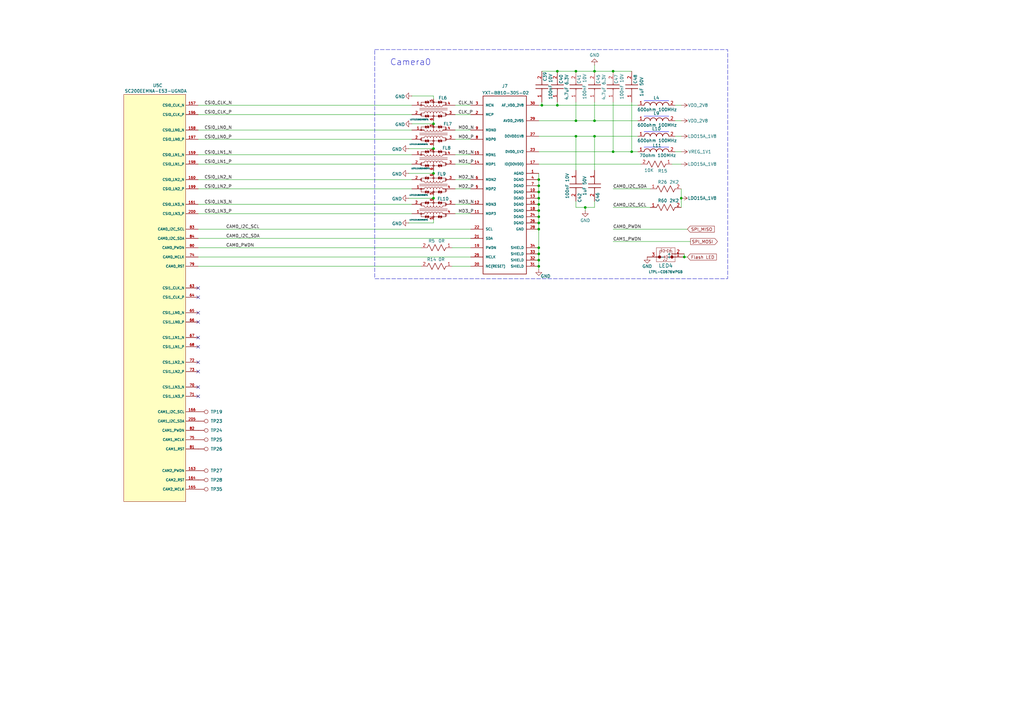
<source format=kicad_sch>
(kicad_sch (version 20250114) (generator "eeschema") (generator_version "9.0")
  (paper "A3")
  (title_block (title "Camera") (date "2025-10-07") (rev "v1.0") (company "Author: Mehmet Cihangir") (comment 1 "CamTracker"))
  (rectangle (start 153.67 20.32) (end 298.45 114.3) (stroke (width 0) (type dash)))
  (text "Camera0" (at 168.402 25.654 0) (effects (font (size 2.54 2.54))))
  (junction (at 280.67 105.41))
  (junction (at 220.98 73.66))
  (junction (at 177.8 81.28))
  (junction (at 222.25 43.18))
  (junction (at 259.08 62.23))
  (junction (at 228.6 43.18))
  (junction (at 220.98 101.6))
  (junction (at 251.46 29.21))
  (junction (at 220.98 78.74))
  (junction (at 220.98 106.68))
  (junction (at 243.84 29.21))
  (junction (at 243.84 49.53))
  (junction (at 220.98 81.28))
  (junction (at 220.98 109.22))
  (junction (at 177.8 50.8))
  (junction (at 177.8 60.96))
  (junction (at 240.03 85.09))
  (junction (at 243.84 55.88))
  (junction (at 220.98 83.82))
  (junction (at 220.98 104.14))
  (junction (at 236.22 29.21))
  (junction (at 177.8 71.12))
  (junction (at 236.22 49.53))
  (junction (at 220.98 88.9))
  (junction (at 220.98 76.2))
  (junction (at 220.98 93.98))
  (junction (at 220.98 91.44))
  (junction (at 279.4 81.28))
  (junction (at 251.46 62.23))
  (junction (at 228.6 29.21))
  (junction (at 220.98 86.36))
  (junction (at 236.22 55.88))
  (no_connect (at 81.28 152.4))
  (no_connect (at 81.28 138.43))
  (no_connect (at 81.28 142.24))
  (no_connect (at 81.28 128.27))
  (no_connect (at 81.28 121.92))
  (no_connect (at 81.28 162.56))
  (no_connect (at 81.28 148.59))
  (no_connect (at 81.28 132.08))
  (no_connect (at 81.28 118.11))
  (no_connect (at 81.28 158.75))
  (wire (pts (xy 236.22 85.09) (xy 240.03 85.09)))
  (wire (pts (xy 228.6 43.18) (xy 261.62 43.18)))
  (wire (pts (xy 220.98 78.74) (xy 220.98 81.28)))
  (wire (pts (xy 280.67 105.41) (xy 280.67 104.14)))
  (wire (pts (xy 243.84 82.55) (xy 243.84 85.09)))
  (wire (pts (xy 236.22 49.53) (xy 243.84 49.53)))
  (wire (pts (xy 81.28 67.31) (xy 168.91 67.31)))
  (wire (pts (xy 186.69 46.99) (xy 193.04 46.99)))
  (wire (pts (xy 177.8 50.8) (xy 177.8 49.53)))
  (wire (pts (xy 186.69 83.82) (xy 193.04 83.82)))
  (wire (pts (xy 222.25 43.18) (xy 228.6 43.18)))
  (wire (pts (xy 276.86 43.18) (xy 279.4 43.18)))
  (wire (pts (xy 251.46 62.23) (xy 259.08 62.23)))
  (wire (pts (xy 167.64 60.96) (xy 177.8 60.96)))
  (wire (pts (xy 236.22 55.88) (xy 243.84 55.88)))
  (wire (pts (xy 220.98 49.53) (xy 236.22 49.53)))
  (wire (pts (xy 228.6 41.91) (xy 228.6 43.18)))
  (wire (pts (xy 81.28 53.34) (xy 168.91 53.34)))
  (wire (pts (xy 186.69 77.47) (xy 193.04 77.47)))
  (wire (pts (xy 81.28 77.47) (xy 168.91 77.47)))
  (wire (pts (xy 81.28 105.41) (xy 193.04 105.41)))
  (wire (pts (xy 281.94 105.41) (xy 280.67 105.41)))
  (wire (pts (xy 177.8 80.01) (xy 177.8 81.28)))
  (wire (pts (xy 220.98 73.66) (xy 220.98 76.2)))
  (wire (pts (xy 81.28 46.99) (xy 168.91 46.99)))
  (wire (pts (xy 168.91 50.8) (xy 177.8 50.8)))
  (wire (pts (xy 243.84 41.91) (xy 243.84 49.53)))
  (wire (pts (xy 220.98 109.22) (xy 220.98 110.49)))
  (wire (pts (xy 220.98 76.2) (xy 220.98 78.74)))
  (wire (pts (xy 185.42 101.6) (xy 193.04 101.6)))
  (wire (pts (xy 186.69 53.34) (xy 193.04 53.34)))
  (wire (pts (xy 220.98 88.9) (xy 220.98 91.44)))
  (wire (pts (xy 186.69 87.63) (xy 193.04 87.63)))
  (wire (pts (xy 276.86 62.23) (xy 279.4 62.23)))
  (wire (pts (xy 275.59 67.31) (xy 279.4 67.31)))
  (wire (pts (xy 276.86 55.88) (xy 279.4 55.88)))
  (wire (pts (xy 81.28 43.18) (xy 168.91 43.18)))
  (wire (pts (xy 279.4 77.47) (xy 279.4 81.28)))
  (wire (pts (xy 81.28 93.98) (xy 193.04 93.98)))
  (wire (pts (xy 220.98 81.28) (xy 220.98 83.82)))
  (wire (pts (xy 220.98 93.98) (xy 220.98 101.6)))
  (wire (pts (xy 243.84 49.53) (xy 261.62 49.53)))
  (wire (pts (xy 228.6 29.21) (xy 236.22 29.21)))
  (wire (pts (xy 236.22 82.55) (xy 236.22 85.09)))
  (wire (pts (xy 251.46 77.47) (xy 266.7 77.47)))
  (wire (pts (xy 186.69 63.5) (xy 193.04 63.5)))
  (wire (pts (xy 220.98 43.18) (xy 222.25 43.18)))
  (wire (pts (xy 81.28 63.5) (xy 168.91 63.5)))
  (wire (pts (xy 251.46 93.98) (xy 281.94 93.98)))
  (wire (pts (xy 81.28 57.15) (xy 168.91 57.15)))
  (wire (pts (xy 186.69 57.15) (xy 193.04 57.15)))
  (wire (pts (xy 167.64 91.44) (xy 177.8 91.44)))
  (wire (pts (xy 243.84 29.21) (xy 243.84 26.67)))
  (wire (pts (xy 259.08 41.91) (xy 259.08 62.23)))
  (wire (pts (xy 251.46 41.91) (xy 251.46 62.23)))
  (wire (pts (xy 81.28 73.66) (xy 168.91 73.66)))
  (wire (pts (xy 236.22 41.91) (xy 236.22 49.53)))
  (wire (pts (xy 81.28 109.22) (xy 172.72 109.22)))
  (wire (pts (xy 220.98 62.23) (xy 251.46 62.23)))
  (wire (pts (xy 220.98 71.12) (xy 220.98 73.66)))
  (wire (pts (xy 220.98 86.36) (xy 220.98 88.9)))
  (wire (pts (xy 236.22 29.21) (xy 243.84 29.21)))
  (wire (pts (xy 222.25 29.21) (xy 228.6 29.21)))
  (wire (pts (xy 220.98 91.44) (xy 220.98 93.98)))
  (wire (pts (xy 259.08 62.23) (xy 261.62 62.23)))
  (wire (pts (xy 186.69 67.31) (xy 193.04 67.31)))
  (wire (pts (xy 220.98 106.68) (xy 220.98 109.22)))
  (wire (pts (xy 81.28 101.6) (xy 172.72 101.6)))
  (wire (pts (xy 177.8 91.44) (xy 177.8 90.17)))
  (wire (pts (xy 236.22 55.88) (xy 236.22 69.85)))
  (wire (pts (xy 251.46 99.06) (xy 283.21 99.06)))
  (wire (pts (xy 177.8 40.64) (xy 177.8 39.37)))
  (wire (pts (xy 177.8 59.69) (xy 177.8 60.96)))
  (wire (pts (xy 220.98 101.6) (xy 220.98 104.14)))
  (wire (pts (xy 251.46 85.09) (xy 266.7 85.09)))
  (wire (pts (xy 220.98 67.31) (xy 262.89 67.31)))
  (wire (pts (xy 185.42 109.22) (xy 193.04 109.22)))
  (wire (pts (xy 81.28 87.63) (xy 168.91 87.63)))
  (wire (pts (xy 177.8 69.85) (xy 177.8 71.12)))
  (wire (pts (xy 220.98 55.88) (xy 236.22 55.88)))
  (wire (pts (xy 177.8 39.37) (xy 168.91 39.37)))
  (wire (pts (xy 81.28 83.82) (xy 168.91 83.82)))
  (wire (pts (xy 279.4 85.09) (xy 279.4 81.28)))
  (wire (pts (xy 167.64 81.28) (xy 177.8 81.28)))
  (wire (pts (xy 251.46 29.21) (xy 259.08 29.21)))
  (wire (pts (xy 243.84 55.88) (xy 261.62 55.88)))
  (wire (pts (xy 276.86 49.53) (xy 279.4 49.53)))
  (wire (pts (xy 186.69 73.66) (xy 193.04 73.66)))
  (wire (pts (xy 243.84 85.09) (xy 240.03 85.09)))
  (wire (pts (xy 220.98 104.14) (xy 220.98 106.68)))
  (wire (pts (xy 220.98 83.82) (xy 220.98 86.36)))
  (wire (pts (xy 243.84 29.21) (xy 251.46 29.21)))
  (wire (pts (xy 167.64 71.12) (xy 177.8 71.12)))
  (wire (pts (xy 186.69 43.18) (xy 193.04 43.18)))
  (wire (pts (xy 81.28 97.79) (xy 193.04 97.79)))
  (wire (pts (xy 243.84 55.88) (xy 243.84 69.85)))
  (wire (pts (xy 222.25 41.91) (xy 222.25 43.18)))
  (wire (pts (xy 240.03 86.36) (xy 240.03 85.09)))
  (label "MD3_P" (at 187.96 87.63 0))
  (label "CAM0_PWDN" (at 92.71 101.6 0))
  (label "CAM0_I2C_SDA" (at 251.46 77.47 0))
  (label "CSI0_LN0_N" (at 83.82 53.34 0))
  (label "MD3_N" (at 187.96 83.82 0))
  (label "MD2_P" (at 187.96 77.47 0))
  (label "CSI0_LN2_N" (at 83.82 73.66 0))
  (label "MD1_N" (at 187.96 63.5 0))
  (label "CSI0_CLK_P" (at 83.82 46.99 0))
  (label "CSI0_LN1_P" (at 83.82 67.31 0))
  (label "CSI0_LN1_N" (at 83.82 63.5 0))
  (label "MD0_N" (at 187.96 53.34 0))
  (label "CLK_P" (at 187.96 46.99 0))
  (label "CSI0_CLK_N" (at 83.82 43.18 0))
  (label "CSI0_LN0_P" (at 83.82 57.15 0))
  (label "CSI0_LN2_P" (at 83.82 77.47 0))
  (label "CAM0_I2C_SCL" (at 92.71 93.98 0))
  (label "MD2_N" (at 187.96 73.66 0))
  (label "CAM0_I2C_SDA" (at 92.71 97.79 0))
  (label "MD1_P" (at 187.96 67.31 0))
  (label "MD0_P" (at 187.96 57.15 0))
  (label "CLK_N" (at 187.96 43.18 0))
  (label "CSI0_LN3_P" (at 83.82 87.63 0))
  (label "CAM0_PWDN" (at 251.46 93.98 0))
  (label "CAM0_I2C_SCL" (at 251.46 85.09 0))
  (label "CAM1_PWDN" (at 251.46 99.06 0))
  (label "CSI0_LN3_N" (at 83.82 83.82 0))
  (global_label "SPI_MOSI" (shape output) (at 283.21 99.06 0) (property "Intersheetrefs" "${INTERSHEET_REFS}" (effects (hide yes))))
  (global_label "SPI_MISO" (shape input) (at 281.94 93.98 0) (property "Intersheetrefs" "${INTERSHEET_REFS}" (effects (hide yes))))
  (global_label "Flash LED" (shape input) (at 281.94 105.41 0) (property "Intersheetrefs" "${INTERSHEET_REFS}" (effects (hide yes))))
  (symbol (lib_id "power:VDD") (at 279.4 55.88 270) (unit 1)
    (property "Reference" "#PWR083" (effects (hide yes)))
    (property "Value" "LDO15A_1V8" (at 288.036 55.88 90))
    (property "Description" "Power symbol creates a global label with name \"VDD\"" (effects (hide yes)))
  )
  (symbol (lib_id "CamTracker:7427927291") (at 269.24 55.88 0) (unit 1)
    (property "Reference" "L10" (at 269.24 52.832 0))
    (property "Value" "600ohm 100MHz" (at 269.494 57.658 0))
    (property "Footprint" "CamTracker:0402" (effects (hide yes)))
    (property "Datasheet" "http://componentsearchengine.com/Datasheets/1/7427927291.pdf" (effects (hide yes)))
    (property "Description" "Ferrite Bead 600ohm 100MHz 300mA" (effects (hide yes)))
    (property "Manufacturer" "Wurth Elektronik" (effects (hide yes)))
    (property "Part Number" "7427927291" (effects (hide yes)))
  )
  (symbol (lib_id "CamTracker:GRM155R71A104KA01D") (at 236.22 35.56 90) (unit 1)
    (property "Reference" "C41" (at 237.49 30.48 0) (effects (justify right)))
    (property "Value" "100nF 10V" (at 239.776 30.226 0) (effects (justify right)))
    (property "Footprint" "CamTracker:CAPC1005X55N" (effects (hide yes)))
    (property "Datasheet" "http://www.murata.com/~/media/webrenewal/support/library/catalog/products/capacitor/mlcc/c02e.pdf" (effects (hide yes)))
    (property "Description" "Capacitor 100nF, 10V, X7R, 0402" (effects (hide yes)))
    (property "Manufacturer" "Murata Electronics" (effects (hide yes)))
    (property "Part Number" "GRM155R71A104KA01D" (effects (hide yes)))
  )
  (symbol (lib_id "CamTracker:TestPoint") (at 81.28 172.72 270) (unit 1)
    (property "Reference" "TP23" (at 86.36 172.72 90) (effects (justify left)))
    (property "Value" "VBAT" (effects (hide yes)))
    (property "Footprint" "TestPoint:TestPoint_Pad_D1.0mm" (effects (hide yes)))
    (property "Description" "test point" (effects (hide yes)))
  )
  (symbol (lib_id "CamTracker:RC0402JR-072K2L") (at 273.05 85.09 180) (unit 1)
    (property "Reference" "R60" (at 269.748 82.296 0) (effects (justify right)))
    (property "Value" "2K2" (at 274.574 82.296 0) (effects (justify right)))
    (property "Footprint" "CamTracker:RC0402N_YAG" (effects (hide yes)))
    (property "Description" "Resistor 2K2 1/16W CH0402" (effects (hide yes)))
    (property "Manufacturer" "YAGEO" (effects (hide yes)))
    (property "Part Number" "RC0402JR-072K2L" (effects (hide yes)))
  )
  (symbol (lib_id "power:GND") (at 220.98 110.49 0) (unit 1)
    (property "Reference" "#PWR077" (effects (hide yes)))
    (property "Value" "GND" (at 223.774 113.284 0))
    (property "Description" "Power symbol creates a global label with name \"GND\" , ground" (effects (hide yes)))
  )
  (symbol (lib_id "power:VDD") (at 279.4 81.28 270) (unit 1)
    (property "Reference" "#PWR086" (effects (hide yes)))
    (property "Value" "LDO15A_1V8" (at 288.036 81.28 90))
    (property "Description" "Power symbol creates a global label with name \"VDD\"" (effects (hide yes)))
  )
  (symbol (lib_id "CamTracker:TestPoint") (at 81.28 184.15 270) (unit 1)
    (property "Reference" "TP26" (at 86.36 184.15 90) (effects (justify left)))
    (property "Value" "VBAT" (effects (hide yes)))
    (property "Footprint" "TestPoint:TestPoint_Pad_D1.0mm" (effects (hide yes)))
    (property "Description" "test point" (effects (hide yes)))
  )
  (symbol (lib_id "power:VDD") (at 279.4 67.31 270) (unit 1)
    (property "Reference" "#PWR085" (effects (hide yes)))
    (property "Value" "LDO15A_1V8" (at 288.036 67.31 90))
    (property "Description" "Power symbol creates a global label with name \"VDD\"" (effects (hide yes)))
  )
  (symbol (lib_id "power:GND") (at 265.43 105.41 0) (unit 1)
    (property "Reference" "#PWR080" (effects (hide yes)))
    (property "Value" "GND" (at 265.43 109.22 0))
    (property "Description" "Power symbol creates a global label with name \"GND\" , ground" (effects (hide yes)))
  )
  (symbol (lib_id "CamTracker:LCFE121002A900TG") (at 177.8 45.72 0) (mirror x) (unit 1)
    (property "Reference" "FL6" (at 179.832 40.132 0) (effects (justify left)))
    (property "Value" "LCFE121002A900TG" (at 168.148 49.022 0) (effects (font (size 0.508 0.508)) (justify left)))
    (property "Footprint" "CamTracker:LCFE121002A900TG" (effects (hide yes)))
    (property "Datasheet" "https://www.littelfuse.com/~/media/electronics/datasheets/emc_components/littelfuse_emi_filter_lcfe_datasheet.pdf.pdf" (effects (hide yes)))
    (property "Description" "Common Mode Chokes / Filters 90ohms 25% 100A 2 Lines 1210" (effects (hide yes)))
    (property "Manufacturer" "LITTELFUSE" (effects (hide yes)))
    (property "Part Number" "LCFE121002A900TG" (effects (hide yes)))
  )
  (symbol (lib_id "power:GND") (at 167.64 81.28 270) (unit 1)
    (property "Reference" "#PWR052" (effects (hide yes)))
    (property "Value" "GND" (at 162.814 81.534 90))
    (property "Description" "Power symbol creates a global label with name \"GND\" , ground" (effects (hide yes)))
  )
  (symbol (lib_id "CamTracker:TestPoint") (at 81.28 180.34 270) (unit 1)
    (property "Reference" "TP25" (at 86.36 180.34 90) (effects (justify left)))
    (property "Value" "VBAT" (effects (hide yes)))
    (property "Footprint" "TestPoint:TestPoint_Pad_D1.0mm" (effects (hide yes)))
    (property "Description" "test point" (effects (hide yes)))
  )
  (symbol (lib_id "CamTracker:RC0402JR-070RL") (at 179.07 101.6 0) (unit 1)
    (property "Reference" "R5" (at 177.038 98.806 0))
    (property "Value" "0R" (at 181.102 98.806 0))
    (property "Footprint" "CamTracker:RC0402N_YAG" (effects (hide yes)))
    (property "Description" "Resistor 0R 1/16W CH0402" (effects (hide yes)))
    (property "Manufacturer" "YAGEO" (effects (hide yes)))
    (property "Part Number" "RC0402JR-070RL" (effects (hide yes)))
  )
  (symbol (lib_id "power:GND") (at 167.64 60.96 270) (unit 1)
    (property "Reference" "#PWR028" (effects (hide yes)))
    (property "Value" "GND" (at 162.814 61.214 90))
    (property "Description" "Power symbol creates a global label with name \"GND\" , ground" (effects (hide yes)))
  )
  (symbol (lib_id "CamTracker:GRM155R60J475ME47D") (at 243.84 35.56 90) (unit 1)
    (property "Reference" "C45" (at 245.364 30.48 0) (effects (justify right)))
    (property "Value" "4.7uF 6.3V" (at 247.65 30.48 0) (effects (justify right)))
    (property "Footprint" "CamTracker:CAPC1005X55N" (effects (hide yes)))
    (property "Datasheet" "http://www.murata.com/~/media/webrenewal/support/library/catalog/products/capacitor/mlcc/c02e.pdf" (effects (hide yes)))
    (property "Description" "Capacitor 4.7uF, 6.3V, X5R, 0402" (effects (hide yes)))
    (property "Manufacturer" "Murata Electronics" (effects (hide yes)))
    (property "Part Number" "GRM155R60J475ME47D" (effects (hide yes)))
  )
  (symbol (lib_id "power:GND") (at 168.91 50.8 270) (unit 1)
    (property "Reference" "#PWR076" (effects (hide yes)))
    (property "Value" "GND" (at 164.084 51.054 90))
    (property "Description" "Power symbol creates a global label with name \"GND\" , ground" (effects (hide yes)))
  )
  (symbol (lib_id "CamTracker:RC0402JR-072K2L") (at 273.05 77.47 180) (unit 1)
    (property "Reference" "R26" (at 269.748 74.676 0) (effects (justify right)))
    (property "Value" "2K2" (at 274.574 74.676 0) (effects (justify right)))
    (property "Footprint" "CamTracker:RC0402N_YAG" (effects (hide yes)))
    (property "Description" "Resistor 2K2 1/16W CH0402" (effects (hide yes)))
    (property "Manufacturer" "YAGEO" (effects (hide yes)))
    (property "Part Number" "RC0402JR-072K2L" (effects (hide yes)))
  )
  (symbol (lib_id "CamTracker:TestPoint") (at 81.28 200.66 270) (unit 1)
    (property "Reference" "TP35" (at 86.36 200.66 90) (effects (justify left)))
    (property "Value" "VBAT" (effects (hide yes)))
    (property "Footprint" "TestPoint:TestPoint_Pad_D1.0mm" (effects (hide yes)))
    (property "Description" "test point" (effects (hide yes)))
  )
  (symbol (lib_id "CamTracker:TestPoint") (at 81.28 196.85 270) (unit 1)
    (property "Reference" "TP28" (at 86.36 196.85 90) (effects (justify left)))
    (property "Value" "VBAT" (effects (hide yes)))
    (property "Footprint" "TestPoint:TestPoint_Pad_D1.0mm" (effects (hide yes)))
    (property "Description" "test point" (effects (hide yes)))
  )
  (symbol (lib_id "CamTracker:TestPoint") (at 81.28 176.53 270) (unit 1)
    (property "Reference" "TP24" (at 86.36 176.53 90) (effects (justify left)))
    (property "Value" "VBAT" (effects (hide yes)))
    (property "Footprint" "TestPoint:TestPoint_Pad_D1.0mm" (effects (hide yes)))
    (property "Description" "test point" (effects (hide yes)))
  )
  (symbol (lib_id "power:VDD") (at 279.4 43.18 270) (unit 1)
    (property "Reference" "#PWR081" (effects (hide yes)))
    (property "Value" "VDD_2V8" (at 286.258 43.18 90))
    (property "Description" "Power symbol creates a global label with name \"VDD\"" (effects (hide yes)))
  )
  (symbol (lib_id "power:GND") (at 243.84 26.67 180) (unit 1)
    (property "Reference" "#PWR079" (effects (hide yes)))
    (property "Value" "GND" (at 243.84 22.606 0))
    (property "Description" "Power symbol creates a global label with name \"GND\" , ground" (effects (hide yes)))
  )
  (symbol (lib_id "CamTracker:GRM155R71A104KA01D") (at 222.25 35.56 90) (unit 1)
    (property "Reference" "C39" (at 223.52 29.464 0) (effects (justify right)))
    (property "Value" "100nF 10V" (at 225.806 30.226 0) (effects (justify right)))
    (property "Footprint" "CamTracker:CAPC1005X55N" (effects (hide yes)))
    (property "Datasheet" "http://www.murata.com/~/media/webrenewal/support/library/catalog/products/capacitor/mlcc/c02e.pdf" (effects (hide yes)))
    (property "Description" "Capacitor 100nF, 10V, X7R, 0402" (effects (hide yes)))
    (property "Manufacturer" "Murata Electronics" (effects (hide yes)))
    (property "Part Number" "GRM155R71A104KA01D" (effects (hide yes)))
  )
  (symbol (lib_id "CamTracker:LCFE121002A900TG") (at 177.8 66.04 0) (mirror x) (unit 1)
    (property "Reference" "FL8" (at 181.356 60.706 0) (effects (justify left)))
    (property "Value" "LCFE121002A900TG" (at 168.656 69.088 0) (effects (font (size 0.508 0.508)) (justify left)))
    (property "Footprint" "CamTracker:LCFE121002A900TG" (effects (hide yes)))
    (property "Datasheet" "https://www.littelfuse.com/~/media/electronics/datasheets/emc_components/littelfuse_emi_filter_lcfe_datasheet.pdf.pdf" (effects (hide yes)))
    (property "Description" "Common Mode Chokes / Filters 90ohms 25% 100A 2 Lines 1210" (effects (hide yes)))
    (property "Manufacturer" "LITTELFUSE" (effects (hide yes)))
    (property "Part Number" "LCFE121002A900TG" (effects (hide yes)))
  )
  (symbol (lib_id "CamTracker:7427927291") (at 269.24 49.53 0) (unit 1)
    (property "Reference" "L9" (at 269.24 46.482 0))
    (property "Value" "600ohm 100MHz" (at 269.494 51.308 0))
    (property "Footprint" "CamTracker:0402" (effects (hide yes)))
    (property "Datasheet" "http://componentsearchengine.com/Datasheets/1/7427927291.pdf" (effects (hide yes)))
    (property "Description" "Ferrite Bead 600ohm 100MHz 300mA" (effects (hide yes)))
    (property "Manufacturer" "Wurth Elektronik" (effects (hide yes)))
    (property "Part Number" "7427927291" (effects (hide yes)))
  )
  (symbol (lib_id "CamTracker:YXT-BB10-30S-02") (at 207.645 74.93 0) (unit 1)
    (property "Reference" "J7" (at 205.867 35.306 0) (effects (justify left)))
    (property "Value" "YXT-BB10-30S-02" (at 197.739 38.1 0) (effects (justify left)))
    (property "Footprint" "CamTracker:YXT_YXT-BB10-30S-02" (effects (hide yes)))
    (property "Description" "Connector BTB 30pins" (effects (hide yes)))
    (property "Manufacturer" "YXT" (effects (hide yes)))
    (property "Part Number" "YXT-BB10-30S-02" (effects (hide yes)))
  )
  (symbol (lib_id "CamTracker:GRM155R60J475ME47D") (at 228.6 35.56 90) (unit 1)
    (property "Reference" "C40" (at 230.124 30.48 0) (effects (justify right)))
    (property "Value" "4.7uF 6.3V" (at 232.41 30.48 0) (effects (justify right)))
    (property "Footprint" "CamTracker:CAPC1005X55N" (effects (hide yes)))
    (property "Datasheet" "http://www.murata.com/~/media/webrenewal/support/library/catalog/products/capacitor/mlcc/c02e.pdf" (effects (hide yes)))
    (property "Description" "Capacitor 4.7uF, 6.3V, X5R, 0402" (effects (hide yes)))
    (property "Manufacturer" "Murata Electronics" (effects (hide yes)))
    (property "Part Number" "GRM155R60J475ME47D" (effects (hide yes)))
  )
  (symbol (lib_id "power:GND") (at 167.64 71.12 270) (unit 1)
    (property "Reference" "#PWR051" (effects (hide yes)))
    (property "Value" "GND" (at 162.814 71.374 90))
    (property "Description" "Power symbol creates a global label with name \"GND\" , ground" (effects (hide yes)))
  )
  (symbol (lib_id "CamTracker:TestPoint") (at 81.28 168.91 270) (unit 1)
    (property "Reference" "TP19" (at 86.36 168.91 90) (effects (justify left)))
    (property "Value" "VBAT" (effects (hide yes)))
    (property "Footprint" "TestPoint:TestPoint_Pad_D1.0mm" (effects (hide yes)))
    (property "Description" "test point" (effects (hide yes)))
  )
  (symbol (lib_id "CamTracker:RC0402JR-070RL") (at 179.07 109.22 0) (unit 1)
    (property "Reference" "R14" (at 177.038 106.426 0))
    (property "Value" "0R" (at 181.102 106.426 0))
    (property "Footprint" "CamTracker:RC0402N_YAG" (effects (hide yes)))
    (property "Description" "Resistor 0R 1/16W CH0402" (effects (hide yes)))
    (property "Manufacturer" "YAGEO" (effects (hide yes)))
    (property "Part Number" "RC0402JR-070RL" (effects (hide yes)))
  )
  (symbol (lib_id "power:VDD") (at 279.4 62.23 270) (unit 1)
    (property "Reference" "#PWR084" (effects (hide yes)))
    (property "Value" "VREG_1V1" (at 287.02 62.23 90))
    (property "Description" "Power symbol creates a global label with name \"VDD\"" (effects (hide yes)))
  )
  (symbol (lib_id "CamTracker:GRM155R71A104KA01D") (at 236.22 76.2 270) (unit 1)
    (property "Reference" "C42" (at 237.744 83.058 0) (effects (justify right)))
    (property "Value" "100nF 10V" (at 232.664 81.534 0) (effects (justify right)))
    (property "Footprint" "CamTracker:CAPC1005X55N" (effects (hide yes)))
    (property "Datasheet" "http://www.murata.com/~/media/webrenewal/support/library/catalog/products/capacitor/mlcc/c02e.pdf" (effects (hide yes)))
    (property "Description" "Capacitor 100nF, 10V, X7R, 0402" (effects (hide yes)))
    (property "Manufacturer" "Murata Electronics" (effects (hide yes)))
    (property "Part Number" "GRM155R71A104KA01D" (effects (hide yes)))
  )
  (symbol (lib_id "CamTracker:LCFE121002A900TG") (at 177.8 55.88 0) (mirror x) (unit 1)
    (property "Reference" "FL7" (at 181.864 50.8 0) (effects (justify left)))
    (property "Value" "LCFE121002A900TG" (at 167.894 59.182 0) (effects (font (size 0.508 0.508)) (justify left)))
    (property "Footprint" "CamTracker:LCFE121002A900TG" (effects (hide yes)))
    (property "Datasheet" "https://www.littelfuse.com/~/media/electronics/datasheets/emc_components/littelfuse_emi_filter_lcfe_datasheet.pdf.pdf" (effects (hide yes)))
    (property "Description" "Common Mode Chokes / Filters 90ohms 25% 100A 2 Lines 1210" (effects (hide yes)))
    (property "Manufacturer" "LITTELFUSE" (effects (hide yes)))
    (property "Part Number" "LCFE121002A900TG" (effects (hide yes)))
  )
  (symbol (lib_id "CamTracker:7427927291") (at 269.24 43.18 0) (unit 1)
    (property "Reference" "L4" (at 269.24 40.132 0))
    (property "Value" "600ohm 100MHz" (at 269.494 44.958 0))
    (property "Footprint" "CamTracker:0402" (effects (hide yes)))
    (property "Datasheet" "http://componentsearchengine.com/Datasheets/1/7427927291.pdf" (effects (hide yes)))
    (property "Description" "Ferrite Bead 600ohm 100MHz 300mA" (effects (hide yes)))
    (property "Manufacturer" "Wurth Elektronik" (effects (hide yes)))
    (property "Part Number" "7427927291" (effects (hide yes)))
  )
  (symbol (lib_id "power:GND") (at 168.91 39.37 270) (unit 1)
    (property "Reference" "#PWR066" (effects (hide yes)))
    (property "Value" "GND" (at 164.084 39.624 90))
    (property "Description" "Power symbol creates a global label with name \"GND\" , ground" (effects (hide yes)))
  )
  (symbol (lib_id "CamTracker:LTPL-C0676WPGB") (at 273.05 105.41 180) (unit 1)
    (property "Reference" "LED4" (at 273.05 108.966 0) (effects (font (size 1.524 1.524))))
    (property "Value" "LTPL-C0676WPGB" (at 273.05 111.506 0) (effects (font (size 1.016 1.016))))
    (property "Footprint" "CamTracker:LTPL-C0676WPGB" (effects (hide yes)))
    (property "Description" "LED High Power White Vf=3.3V" (effects (hide yes)))
    (property "Manufacturer" "Lite-On Inc." (effects (hide yes)))
    (property "Part Number" "LTPL-C0676WPGB" (effects (hide yes)))
  )
  (symbol (lib_id "CamTracker:7427927370") (at 269.24 62.23 0) (unit 1)
    (property "Reference" "L11" (at 269.494 59.69 0))
    (property "Value" "70ohm 100MHz" (at 269.748 63.754 0))
    (property "Footprint" "CamTracker:0402" (effects (hide yes)))
    (property "Description" "Ferrite Bead 70ohm 100MHz 1200mA" (effects (hide yes)))
    (property "Manufacturer" "Wurth Elektronik" (effects (hide yes)))
    (property "Part Number" "7427927370" (effects (hide yes)))
  )
  (symbol (lib_id "power:GND") (at 240.03 86.36 0) (unit 1)
    (property "Reference" "#PWR078" (effects (hide yes)))
    (property "Value" "GND" (at 240.03 90.424 0))
    (property "Description" "Power symbol creates a global label with name \"GND\" , ground" (effects (hide yes)))
  )
  (symbol (lib_id "CamTracker:TestPoint") (at 81.28 193.04 270) (unit 1)
    (property "Reference" "TP27" (at 86.36 193.04 90) (effects (justify left)))
    (property "Value" "VBAT" (effects (hide yes)))
    (property "Footprint" "TestPoint:TestPoint_Pad_D1.0mm" (effects (hide yes)))
    (property "Description" "test point" (effects (hide yes)))
  )
  (symbol (lib_id "CamTracker:GRM155R61H105KE05D") (at 243.84 76.2 270) (unit 1)
    (property "Reference" "C46" (at 245.11 82.804 0) (effects (justify right)))
    (property "Value" "1uF 50V" (at 239.776 80.264 0) (effects (justify right)))
    (property "Footprint" "CamTracker:CAPC1005X55N" (effects (hide yes)))
    (property "Datasheet" "https://search.murata.co.jp/Ceramy/image/img/A01X/G101/ENG/GRM155R61H105KE05-01A.pdf" (effects (hide yes)))
    (property "Description" "Capacitor 1uF, 50V, X5R, 0402" (effects (hide yes)))
    (property "Manufacturer" "Murata Electronics" (effects (hide yes)))
    (property "Part Number" "GRM155R61H105KE05D" (effects (hide yes)))
  )
  (symbol (lib_id "CamTracker:RC0402JR-0710KL") (at 269.24 67.31 0) (unit 1)
    (property "Reference" "R15" (at 271.78 70.104 0))
    (property "Value" "10K" (at 266.192 69.85 0))
    (property "Footprint" "CamTracker:RC0402N_YAG" (effects (hide yes)))
    (property "Description" "Resistor 10K 1/16W CH0402" (effects (hide yes)))
    (property "Manufacturer" "YAGEO" (effects (hide yes)))
    (property "Part Number" "RC0402JR-0710KL" (effects (hide yes)))
  )
  (symbol (lib_id "CamTracker:SC200E") (at 64.77 113.03 0) (unit 3)
    (property "Reference" "U5" (at 64.643 35.052 0))
    (property "Value" "SC200EEMNA-E53-UGNDA" (at 63.881 37.338 0))
    (property "Footprint" "CamTracker:SC200E_SC206E" (effects (hide yes)))
    (property "Description" "SC200E Smart Module" (effects (hide yes)))
    (property "Manufacturer" "Quectel" (effects (hide yes)))
    (property "Part Number" "SC200EEMNA-E53-UGNDA" (effects (hide yes)))
  )
  (symbol (lib_id "CamTracker:GRM155R61H105KE05D") (at 259.08 35.56 90) (unit 1)
    (property "Reference" "C48" (at 260.604 30.48 0) (effects (justify right)))
    (property "Value" "1uF 50V" (at 263.144 31.496 0) (effects (justify right)))
    (property "Footprint" "CamTracker:CAPC1005X55N" (effects (hide yes)))
    (property "Datasheet" "https://search.murata.co.jp/Ceramy/image/img/A01X/G101/ENG/GRM155R61H105KE05-01A.pdf" (effects (hide yes)))
    (property "Description" "Capacitor 1uF, 50V, X5R, 0402" (effects (hide yes)))
    (property "Manufacturer" "Murata Electronics" (effects (hide yes)))
    (property "Part Number" "GRM155R61H105KE05D" (effects (hide yes)))
  )
  (symbol (lib_id "CamTracker:LCFE121002A900TG") (at 177.8 74.93 0) (unit 1)
    (property "Reference" "FL9" (at 179.324 71.374 0) (effects (justify left)))
    (property "Value" "LCFE121002A900TG" (at 167.894 80.01 0) (effects (font (size 0.508 0.508)) (justify left)))
    (property "Footprint" "CamTracker:LCFE121002A900TG" (effects (hide yes)))
    (property "Datasheet" "https://www.littelfuse.com/~/media/electronics/datasheets/emc_components/littelfuse_emi_filter_lcfe_datasheet.pdf.pdf" (effects (hide yes)))
    (property "Description" "Common Mode Chokes / Filters 90ohms 25% 100A 2 Lines 1210" (effects (hide yes)))
    (property "Manufacturer" "LITTELFUSE" (effects (hide yes)))
    (property "Part Number" "LCFE121002A900TG" (effects (hide yes)))
  )
  (symbol (lib_id "power:GND") (at 167.64 91.44 270) (unit 1)
    (property "Reference" "#PWR064" (effects (hide yes)))
    (property "Value" "GND" (at 162.814 91.694 90))
    (property "Description" "Power symbol creates a global label with name \"GND\" , ground" (effects (hide yes)))
  )
  (symbol (lib_id "power:VDD") (at 279.4 49.53 270) (unit 1)
    (property "Reference" "#PWR082" (effects (hide yes)))
    (property "Value" "VDD_2V8" (at 286.258 49.53 90))
    (property "Description" "Power symbol creates a global label with name \"VDD\"" (effects (hide yes)))
  )
  (symbol (lib_id "CamTracker:GRM155R71A104KA01D") (at 251.46 35.56 90) (unit 1)
    (property "Reference" "C47" (at 252.73 30.48 0) (effects (justify right)))
    (property "Value" "100nF 10V" (at 255.016 30.226 0) (effects (justify right)))
    (property "Footprint" "CamTracker:CAPC1005X55N" (effects (hide yes)))
    (property "Datasheet" "http://www.murata.com/~/media/webrenewal/support/library/catalog/products/capacitor/mlcc/c02e.pdf" (effects (hide yes)))
    (property "Description" "Capacitor 100nF, 10V, X7R, 0402" (effects (hide yes)))
    (property "Manufacturer" "Murata Electronics" (effects (hide yes)))
    (property "Part Number" "GRM155R71A104KA01D" (effects (hide yes)))
  )
  (symbol (lib_id "CamTracker:LCFE121002A900TG") (at 177.8 85.09 0) (unit 1)
    (property "Reference" "FL10" (at 179.324 81.534 0) (effects (justify left)))
    (property "Value" "LCFE121002A900TG" (at 167.894 90.17 0) (effects (font (size 0.508 0.508)) (justify left)))
    (property "Footprint" "CamTracker:LCFE121002A900TG" (effects (hide yes)))
    (property "Datasheet" "https://www.littelfuse.com/~/media/electronics/datasheets/emc_components/littelfuse_emi_filter_lcfe_datasheet.pdf.pdf" (effects (hide yes)))
    (property "Description" "Common Mode Chokes / Filters 90ohms 25% 100A 2 Lines 1210" (effects (hide yes)))
    (property "Manufacturer" "LITTELFUSE" (effects (hide yes)))
    (property "Part Number" "LCFE121002A900TG" (effects (hide yes)))
  )
)
</source>
